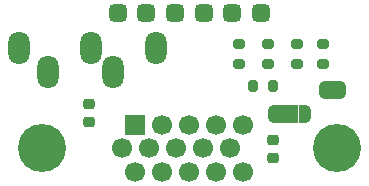
<source format=gts>
G04 #@! TF.GenerationSoftware,KiCad,Pcbnew,9.0.0*
G04 #@! TF.CreationDate,2025-03-27T12:33:45-07:00*
G04 #@! TF.ProjectId,SNES2VGA,534e4553-3256-4474-912e-6b696361645f,1*
G04 #@! TF.SameCoordinates,Original*
G04 #@! TF.FileFunction,Soldermask,Top*
G04 #@! TF.FilePolarity,Negative*
%FSLAX46Y46*%
G04 Gerber Fmt 4.6, Leading zero omitted, Abs format (unit mm)*
G04 Created by KiCad (PCBNEW 9.0.0) date 2025-03-27 12:33:45*
%MOMM*%
%LPD*%
G01*
G04 APERTURE LIST*
G04 Aperture macros list*
%AMRoundRect*
0 Rectangle with rounded corners*
0 $1 Rounding radius*
0 $2 $3 $4 $5 $6 $7 $8 $9 X,Y pos of 4 corners*
0 Add a 4 corners polygon primitive as box body*
4,1,4,$2,$3,$4,$5,$6,$7,$8,$9,$2,$3,0*
0 Add four circle primitives for the rounded corners*
1,1,$1+$1,$2,$3*
1,1,$1+$1,$4,$5*
1,1,$1+$1,$6,$7*
1,1,$1+$1,$8,$9*
0 Add four rect primitives between the rounded corners*
20,1,$1+$1,$2,$3,$4,$5,0*
20,1,$1+$1,$4,$5,$6,$7,0*
20,1,$1+$1,$6,$7,$8,$9,0*
20,1,$1+$1,$8,$9,$2,$3,0*%
%AMFreePoly0*
4,1,23,0.550000,-0.750000,0.000000,-0.750000,0.000000,-0.745722,-0.065263,-0.745722,-0.191342,-0.711940,-0.304381,-0.646677,-0.396677,-0.554381,-0.461940,-0.441342,-0.495722,-0.315263,-0.495722,-0.250000,-0.500000,-0.250000,-0.500000,0.250000,-0.495722,0.250000,-0.495722,0.315263,-0.461940,0.441342,-0.396677,0.554381,-0.304381,0.646677,-0.191342,0.711940,-0.065263,0.745722,0.000000,0.745722,
0.000000,0.750000,0.550000,0.750000,0.550000,-0.750000,0.550000,-0.750000,$1*%
%AMFreePoly1*
4,1,23,0.000000,0.745722,0.065263,0.745722,0.191342,0.711940,0.304381,0.646677,0.396677,0.554381,0.461940,0.441342,0.495722,0.315263,0.495722,0.250000,0.500000,0.250000,0.500000,-0.250000,0.495722,-0.250000,0.495722,-0.315263,0.461940,-0.441342,0.396677,-0.554381,0.304381,-0.646677,0.191342,-0.711940,0.065263,-0.745722,0.000000,-0.745722,0.000000,-0.750000,-0.550000,-0.750000,
-0.550000,0.750000,0.000000,0.750000,0.000000,0.745722,0.000000,0.745722,$1*%
%AMFreePoly2*
4,1,23,0.500000,-0.750000,0.000000,-0.750000,0.000000,-0.745722,-0.065263,-0.745722,-0.191342,-0.711940,-0.304381,-0.646677,-0.396677,-0.554381,-0.461940,-0.441342,-0.495722,-0.315263,-0.495722,-0.250000,-0.500000,-0.250000,-0.500000,0.250000,-0.495722,0.250000,-0.495722,0.315263,-0.461940,0.441342,-0.396677,0.554381,-0.304381,0.646677,-0.191342,0.711940,-0.065263,0.745722,0.000000,0.745722,
0.000000,0.750000,0.500000,0.750000,0.500000,-0.750000,0.500000,-0.750000,$1*%
%AMFreePoly3*
4,1,23,0.000000,0.745722,0.065263,0.745722,0.191342,0.711940,0.304381,0.646677,0.396677,0.554381,0.461940,0.441342,0.495722,0.315263,0.495722,0.250000,0.500000,0.250000,0.500000,-0.250000,0.495722,-0.250000,0.495722,-0.315263,0.461940,-0.441342,0.396677,-0.554381,0.304381,-0.646677,0.191342,-0.711940,0.065263,-0.745722,0.000000,-0.745722,0.000000,-0.750000,-0.500000,-0.750000,
-0.500000,0.750000,0.000000,0.750000,0.000000,0.745722,0.000000,0.745722,$1*%
G04 Aperture macros list end*
%ADD10RoundRect,0.225000X0.250000X-0.225000X0.250000X0.225000X-0.250000X0.225000X-0.250000X-0.225000X0*%
%ADD11RoundRect,0.375000X-0.375000X-0.375000X0.375000X-0.375000X0.375000X0.375000X-0.375000X0.375000X0*%
%ADD12RoundRect,0.200000X-0.200000X-0.275000X0.200000X-0.275000X0.200000X0.275000X-0.200000X0.275000X0*%
%ADD13RoundRect,0.200000X0.275000X-0.200000X0.275000X0.200000X-0.275000X0.200000X-0.275000X-0.200000X0*%
%ADD14FreePoly0,0.000000*%
%ADD15R,1.000000X1.500000*%
%ADD16FreePoly1,0.000000*%
%ADD17FreePoly2,180.000000*%
%ADD18FreePoly3,180.000000*%
%ADD19R,1.700000X1.700000*%
%ADD20C,1.700000*%
%ADD21C,4.066000*%
%ADD22O,1.800000X2.800000*%
G04 APERTURE END LIST*
G36*
X148652800Y-103339200D02*
G01*
X150152800Y-103339200D01*
X150152800Y-104839200D01*
X148652800Y-104839200D01*
X148652800Y-103339200D01*
G37*
G36*
X153200000Y-102820000D02*
G01*
X152900000Y-102820000D01*
X152900000Y-101320000D01*
X153200000Y-101320000D01*
X153200000Y-102820000D01*
G37*
D10*
X132430000Y-104825000D03*
X132430000Y-103275000D03*
D11*
X146980000Y-95540000D03*
X144560000Y-95540000D03*
X142140000Y-95540000D03*
X139720000Y-95540000D03*
X137300000Y-95540000D03*
X134880000Y-95540000D03*
D12*
X146355000Y-101730000D03*
X148005000Y-101730000D03*
D13*
X145130000Y-99845000D03*
X145130000Y-98195000D03*
X147560000Y-99845000D03*
X147560000Y-98195000D03*
X150010000Y-99845000D03*
X150010000Y-98195000D03*
X152270000Y-99845000D03*
X152270000Y-98195000D03*
D10*
X148060000Y-107860000D03*
X148060000Y-106310000D03*
D14*
X148102800Y-104089200D03*
D15*
X149402800Y-104089200D03*
D16*
X150702800Y-104089200D03*
D17*
X153700000Y-102070000D03*
D18*
X152400000Y-102070000D03*
D19*
X136345000Y-105020000D03*
D20*
X138635000Y-105020000D03*
X140925000Y-105020000D03*
X143215000Y-105020000D03*
X145505000Y-105020000D03*
X135200000Y-107000000D03*
X137490000Y-107000000D03*
X139780000Y-107000000D03*
X142070000Y-107000000D03*
X144360000Y-107000000D03*
X136345000Y-108980000D03*
X138635000Y-108980000D03*
X140925000Y-108980000D03*
X143215000Y-108980000D03*
X145505000Y-108980000D03*
D21*
X153420000Y-107000000D03*
X128430000Y-107000000D03*
D22*
X134450000Y-100550000D03*
X132650000Y-98550000D03*
X126550000Y-98550000D03*
X128950000Y-100550000D03*
X138150000Y-98550000D03*
M02*

</source>
